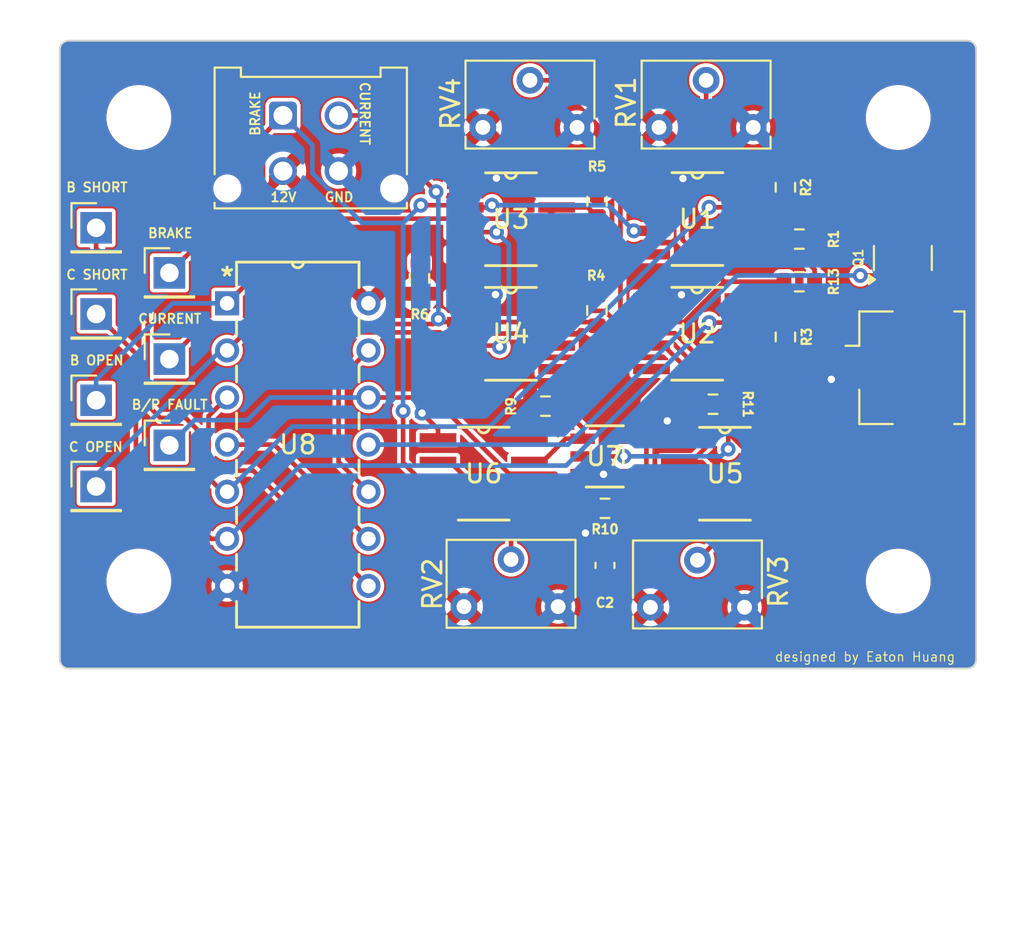
<source format=kicad_pcb>
(kicad_pcb (version 20240108) (generator "pcbnew") (generator_version "8.0")
  (layers (0 "F.Cu" signal) (31 "B.Cu" signal) (34 "B.Paste" user) (35 "F.Paste" user) (36 "B.SilkS" user "B.Silkscreen") (37 "F.SilkS" user "F.Silkscreen") (38 "B.Mask" user) (39 "F.Mask" user) (44 "Edge.Cuts" user))
  (net 0 "")
  (net 1 "+5V")
  (net 2 "GND")
  (net 3 "4B")
  (net 4 "1A")
  (net 5 "1B")
  (net 6 "3A")
  (net 7 "2A")
  (net 8 "2B")
  (net 9 "Net-(R14-Pad1)")
  (net 10 "+12V")
  (net 11 "BRAKE")
  (net 12 "CURRENT")
  (net 13 "Net-(U1-+)")
  (net 14 "Net-(U3--)")
  (net 15 "Net-(U6-+)")
  (net 16 "Net-(U5-+)")
  (net 17 "Net-(R9-Pad2)")
  (net 18 "Net-(R10-Pad2)")
  (net 19 "Net-(R11-Pad2)")
  (net 41 "Net-(R1-Pad2)")
  (net 42 "Net-(J1-Pin_1)")
  (net 43 "Net-(Q1-G)")
  (net 44 "2O")
  (net 45 "1O")
  (footprint "LM311 Comparator:D8" (layer "F.Cu") (at 165.6074 81.4006)
    (property "Reference" "U2" (at 0 0 0) (layer "F.SilkS"))
    (property "Value" "LM311")
    (pad "1" smd rect (at -2.4638 -1.905) (size 1.9812 0.5588) (layers "F.Cu" "F.Paste" "F.Mask") (net 2 "GND"))
    (pad "2" smd rect (at -2.4638 -0.635) (size 1.9812 0.5588) (layers "F.Cu" "F.Paste" "F.Mask") (net 13 "Net-(U1-+)"))
    (pad "3" smd rect (at -2.4638 0.635) (size 1.9812 0.5588) (layers "F.Cu" "F.Paste" "F.Mask") (net 12 "CURRENT"))
    (pad "4" smd rect (at -2.4638 1.905) (size 1.9812 0.5588) (layers "F.Cu" "F.Paste" "F.Mask"))
    (pad "5" smd rect (at 2.4638 1.905) (size 1.9812 0.5588) (layers "F.Cu" "F.Paste" "F.Mask"))
    (pad "6" smd rect (at 2.4638 0.635) (size 1.9812 0.5588) (layers "F.Cu" "F.Paste" "F.Mask"))
    (pad "7" smd rect (at 2.4638 -0.635) (size 1.9812 0.5588) (layers "F.Cu" "F.Paste" "F.Mask") (net 8 "2B"))
    (pad "8" smd rect (at 2.4638 -1.905) (size 1.9812 0.5588) (layers "F.Cu" "F.Paste" "F.Mask"))
  )
  (footprint "Resistor_SMD:R_0603_1608Metric" (layer "F.Cu") (at 157.425 85.3056)
    (property "Reference" "R9" (at -1.85 0.02 -90) (layer "F.SilkS") (effects (font (size 0.5 0.5) (thickness 0.12) (bold yes))))
    (property "Value" "R")
    (pad "1" smd roundrect (at -0.825 0) (size 0.8 0.95) (layers "F.Cu" "F.Paste" "F.Mask") (net 10 "+12V"))
    (pad "2" smd roundrect (at 0.825 0) (size 0.8 0.95) (layers "F.Cu" "F.Paste" "F.Mask") (net 17 "Net-(R9-Pad2)"))
  )
  (footprint "Resistor_SMD:R_0603_1608Metric" (layer "F.Cu") (at 166.46 85.2)
    (property "Reference" "R11" (at 1.88 0 -90) (layer "F.SilkS") (effects (font (size 0.5 0.5) (thickness 0.12) (bold yes))))
    (property "Value" "R")
    (pad "1" smd roundrect (at -0.825 0) (size 0.8 0.95) (layers "F.Cu" "F.Paste" "F.Mask") (net 10 "+12V"))
    (pad "2" smd roundrect (at 0.825 0) (size 0.8 0.95) (layers "F.Cu" "F.Paste" "F.Mask") (net 19 "Net-(R11-Pad2)"))
  )
  (footprint "Resistor_SMD:R_0603_1608Metric" (layer "F.Cu") (at 160.635 90.8156)
    (property "Reference" "R10" (at 0 1.13 0) (layer "F.SilkS") (effects (font (size 0.5 0.5) (thickness 0.12) (bold yes))))
    (property "Value" "R")
    (pad "1" smd roundrect (at -0.825 0) (size 0.8 0.95) (layers "F.Cu" "F.Paste" "F.Mask") (net 3 "4B"))
    (pad "2" smd roundrect (at 0.825 0) (size 0.8 0.95) (layers "F.Cu" "F.Paste" "F.Mask") (net 18 "Net-(R10-Pad2)"))
  )
  (footprint "Potentiometer_THT:Potentiometer_Bourns_3266W_Vertical" (layer "F.Cu") (at 163.55 70.275 180)
    (property "Reference" "RV1" (at 1.77 1.33 90) (layer "F.SilkS"))
    (property "Value" "R_Pot")
    (pad "1" thru_hole circle (at 0 0 180) (size 1.44 1.44) (drill 0.8) (layers "*.Cu" "*.Mask") (net 10 "+12V"))
    (pad "2" thru_hole circle (at -2.54 2.54 180) (size 1.44 1.44) (drill 0.8) (layers "*.Cu" "*.Mask") (net 13 "Net-(U1-+)"))
    (pad "3" thru_hole circle (at -5.08 0 180) (size 1.44 1.44) (drill 0.8) (layers "*.Cu" "*.Mask") (net 2 "GND"))
  )
  (footprint "Resistor_SMD:R_0603_1608Metric" (layer "F.Cu") (at 160.205 74.2556 -90)
    (property "Reference" "R5" (at -1.87 0 180) (layer "F.SilkS") (effects (font (size 0.5 0.5) (thickness 0.12) (bold yes))))
    (property "Value" "R")
    (pad "1" smd roundrect (at -0.825 0 270) (size 0.8 0.95) (layers "F.Cu" "F.Paste" "F.Mask") (net 10 "+12V"))
    (pad "2" smd roundrect (at 0.825 0 270) (size 0.8 0.95) (layers "F.Cu" "F.Paste" "F.Mask") (net 4 "1A"))
  )
  (footprint "Capacitor_SMD:C_0603_1608Metric" (layer "F.Cu") (at 160.635 93.8906 90)
    (property "Reference" "C2" (at -2.015 0 180) (layer "F.SilkS") (effects (font (size 0.5 0.5) (thickness 0.12) (bold yes))))
    (property "Value" "C")
    (pad "1" smd roundrect (at -0.775 0 90) (size 0.9 0.95) (layers "F.Cu" "F.Paste" "F.Mask") (net 3 "4B"))
    (pad "2" smd roundrect (at 0.775 0 90) (size 0.9 0.95) (layers "F.Cu" "F.Paste" "F.Mask") (net 2 "GND"))
  )
  (footprint "Resistor_SMD:R_0603_1608Metric" (layer "F.Cu") (at 171.115 76.2956 180)
    (property "Reference" "R1" (at -1.86 0 90) (layer "F.SilkS") (effects (font (size 0.5 0.5) (thickness 0.12) (bold yes))))
    (property "Value" "R")
    (pad "1" smd roundrect (at -0.825 0 180) (size 0.8 0.95) (layers "F.Cu" "F.Paste" "F.Mask") (net 10 "+12V"))
    (pad "2" smd roundrect (at 0.825 0 180) (size 0.8 0.95) (layers "F.Cu" "F.Paste" "F.Mask") (net 41 "Net-(R1-Pad2)"))
  )
  (footprint "MountingHole:MountingHole_3mm" (layer "F.Cu") (at 176.45 94.74)
    (property "Reference" "H4")
    (property "Value" "MH")
    (pad "" np_thru_hole circle (at 0 0) (size 3 3) (drill 3) (layers "*.Cu" "*.Mask"))
  )
  (footprint "Resistor_SMD:R_0603_1608Metric" (layer "F.Cu") (at 160.2 80.145 -90)
    (property "Reference" "R4" (at -1.875 0.04 180) (layer "F.SilkS") (effects (font (size 0.5 0.5) (thickness 0.12) (bold yes))))
    (property "Value" "R")
    (pad "1" smd roundrect (at -0.825 0 270) (size 0.8 0.95) (layers "F.Cu" "F.Paste" "F.Mask") (net 10 "+12V"))
    (pad "2" smd roundrect (at 0.825 0 270) (size 0.8 0.95) (layers "F.Cu" "F.Paste" "F.Mask") (net 5 "1B"))
  )
  (footprint "Resistor_SMD:R_0603_1608Metric" (layer "F.Cu") (at 171.115 78.5956 180)
    (property "Reference" "R13" (at -1.86 0 90) (layer "F.SilkS") (effects (font (size 0.5 0.5) (thickness 0.12) (bold yes))))
    (property "Value" "R")
    (pad "1" smd roundrect (at -0.825 0 180) (size 0.8 0.95) (layers "F.Cu" "F.Paste" "F.Mask") (net 41 "Net-(R1-Pad2)"))
    (pad "2" smd roundrect (at 0.825 0 180) (size 0.8 0.95) (layers "F.Cu" "F.Paste" "F.Mask") (net 13 "Net-(U1-+)"))
  )
  (footprint "Connector_PinHeader_2.54mm:PinHeader_1x01_P2.54mm_Vertical" (layer "F.Cu") (at 137.1466 78.1179)
    (property "Reference" "TP5")
    (property "Value" "TestPoint")
    (pad "1" thru_hole rect (at 0 0) (size 1.7 1.7) (drill 1) (layers "*.Cu" "*.Mask") (net 11 "BRAKE"))
  )
  (footprint "Connector_PinHeader_2.54mm:PinHeader_1x01_P2.54mm_Vertical" (layer "F.Cu") (at 133.1966 75.6879)
    (property "Reference" "TP1")
    (property "Value" "TestPoint")
    (pad "1" thru_hole rect (at 0 0) (size 1.7 1.7) (drill 1) (layers "*.Cu" "*.Mask") (net 7 "2A"))
  )
  (footprint "MountingHole:MountingHole_3mm" (layer "F.Cu") (at 135.5 94.74)
    (property "Reference" "H3")
    (property "Value" "MH")
    (pad "" np_thru_hole circle (at 0 0) (size 3 3) (drill 3) (layers "*.Cu" "*.Mask"))
  )
  (footprint "Connector_Molex:Molex_CLIK-Mate_502382-0270_1x02-1MP_P1.25mm_Vertical" (layer "F.Cu") (at 176.41 83.235 -90)
    (property "Reference" "J1")
    (property "Value" "Conn_01x02")
    (pad "1" smd roundrect (at -0.625 1.95 270) (size 0.6 1.7) (layers "F.Cu" "F.Paste" "F.Mask") (net 42 "Net-(J1-Pin_1)"))
    (pad "2" smd roundrect (at 0.625 1.95 270) (size 0.6 1.7) (layers "F.Cu" "F.Paste" "F.Mask") (net 2 "GND"))
    (pad "MP" smd roundrect (at -2.475 -1.4 270) (size 1 2.8) (layers "F.Cu" "F.Paste" "F.Mask"))
    (pad "MP" smd roundrect (at 2.475 -1.4 270) (size 1 2.8) (layers "F.Cu" "F.Paste" "F.Mask"))
  )
  (footprint "Potentiometer_THT:Potentiometer_Bourns_3266W_Vertical" (layer "F.Cu") (at 153.03 96.1156 180)
    (property "Reference" "RV2" (at 1.695 1.215 90) (layer "F.SilkS"))
    (property "Value" "R_Pot")
    (pad "1" thru_hole circle (at 0 0 180) (size 1.44 1.44) (drill 0.8) (layers "*.Cu" "*.Mask") (net 10 "+12V"))
    (pad "2" thru_hole circle (at -2.54 2.54 180) (size 1.44 1.44) (drill 0.8) (layers "*.Cu" "*.Mask") (net 15 "Net-(U6-+)"))
    (pad "3" thru_hole circle (at -5.08 0 180) (size 1.44 1.44) (drill 0.8) (layers "*.Cu" "*.Mask") (net 2 "GND"))
  )
  (footprint "Connector_PinHeader_2.54mm:PinHeader_1x01_P2.54mm_Vertical" (layer "F.Cu") (at 137.1466 87.4179)
    (property "Reference" "TP7")
    (property "Value" "TestPoint")
    (pad "1" thru_hole rect (at 0 0) (size 1.7 1.7) (drill 1) (layers "*.Cu" "*.Mask") (net 3 "4B"))
  )
  (footprint "MountingHole:MountingHole_3mm" (layer "F.Cu") (at 135.5 69.74)
    (property "Reference" "H2")
    (property "Value" "MH")
    (pad "" np_thru_hole circle (at 0 0) (size 3 3) (drill 3) (layers "*.Cu" "*.Mask"))
  )
  (footprint "LM311 Comparator:D8" (layer "F.Cu") (at 165.6212 75.2156)
    (property "Reference" "U1" (at 0 0 0) (layer "F.SilkS"))
    (property "Value" "LM311")
    (pad "1" smd rect (at -2.4638 -1.905) (size 1.9812 0.5588) (layers "F.Cu" "F.Paste" "F.Mask") (net 2 "GND"))
    (pad "2" smd rect (at -2.4638 -0.635) (size 1.9812 0.5588) (layers "F.Cu" "F.Paste" "F.Mask") (net 13 "Net-(U1-+)"))
    (pad "3" smd rect (at -2.4638 0.635) (size 1.9812 0.5588) (layers "F.Cu" "F.Paste" "F.Mask") (net 11 "BRAKE"))
    (pad "4" smd rect (at -2.4638 1.905) (size 1.9812 0.5588) (layers "F.Cu" "F.Paste" "F.Mask"))
    (pad "5" smd rect (at 2.4638 1.905) (size 1.9812 0.5588) (layers "F.Cu" "F.Paste" "F.Mask"))
    (pad "6" smd rect (at 2.4638 0.635) (size 1.9812 0.5588) (layers "F.Cu" "F.Paste" "F.Mask"))
    (pad "7" smd rect (at 2.4638 -0.635) (size 1.9812 0.5588) (layers "F.Cu" "F.Paste" "F.Mask") (net 7 "2A"))
    (pad "8" smd rect (at 2.4638 -1.905) (size 1.9812 0.5588) (layers "F.Cu" "F.Paste" "F.Mask"))
  )
  (footprint "CD4071BE:N14" (layer "F.Cu") (at 147.88 95)
    (property "Reference" "U8" (at -3.81 -7.62 0) (layer "F.SilkS"))
    (property "Value" "CD4071BE")
    (fp_text user "*" (at -7.62 -16.6497 0) (layer "F.SilkS"))
    (fp_text user "*" (at -7.62 -16.6497 0) (layer "F.SilkS"))
    (pad "1" thru_hole rect (at -7.62 -15.24) (size 1.2954 1.2954) (drill 0.7874) (layers "*.Cu" "*.Mask") (net 4 "1A"))
    (pad "2" thru_hole circle (at -7.62 -12.7) (size 1.2954 1.2954) (drill 0.7874) (layers "*.Cu" "*.Mask") (net 5 "1B"))
    (pad "3" thru_hole circle (at -7.62 -10.16) (size 1.2954 1.2954) (drill 0.7874) (layers "*.Cu" "*.Mask") (net 45 "1O"))
    (pad "4" thru_hole circle (at -7.62 -7.62) (size 1.2954 1.2954) (drill 0.7874) (layers "*.Cu" "*.Mask") (net 44 "2O"))
    (pad "5" thru_hole circle (at -7.62 -5.08) (size 1.2954 1.2954) (drill 0.7874) (layers "*.Cu" "*.Mask") (net 7 "2A"))
    (pad "6" thru_hole circle (at -7.62 -2.54) (size 1.2954 1.2954) (drill 0.7874) (layers "*.Cu" "*.Mask") (net 8 "2B"))
    (pad "7" thru_hole circle (at -7.62 0) (size 1.2954 1.2954) (drill 0.7874) (layers "*.Cu" "*.Mask") (net 2 "GND"))
    (pad "8" thru_hole circle (at 0 0) (size 1.2954 1.2954) (drill 0.7874) (layers "*.Cu" "*.Mask") (net 45 "1O"))
    (pad "9" thru_hole circle (at 0 -2.54) (size 1.2954 1.2954) (drill 0.7874) (layers "*.Cu" "*.Mask") (net 44 "2O"))
    (pad "10" thru_hole circle (at 0 -5.08) (size 1.2954 1.2954) (drill 0.7874) (layers "*.Cu" "*.Mask") (net 6 "3A"))
    (pad "11" thru_hole circle (at 0 -7.62) (size 1.2954 1.2954) (drill 0.7874) (layers "*.Cu" "*.Mask") (net 43 "Net-(Q1-G)"))
    (pad "12" thru_hole circle (at 0 -10.16) (size 1.2954 1.2954) (drill 0.7874) (layers "*.Cu" "*.Mask") (net 3 "4B"))
    (pad "13" thru_hole circle (at 0 -12.7) (size 1.2954 1.2954) (drill 0.7874) (layers "*.Cu" "*.Mask") (net 6 "3A"))
    (pad "14" thru_hole circle (at 0 -15.24) (size 1.2954 1.2954) (drill 0.7874) (layers "*.Cu" "*.Mask") (net 10 "+12V"))
  )
  (footprint "LM311 Comparator:D8" (layer "F.Cu") (at 155.565 75.2256)
    (property "Reference" "U3" (at 0 0 0) (layer "F.SilkS"))
    (property "Value" "LM311")
    (pad "1" smd rect (at -2.4638 -1.905) (size 1.9812 0.5588) (layers "F.Cu" "F.Paste" "F.Mask") (net 2 "GND"))
    (pad "2" smd rect (at -2.4638 -0.635) (size 1.9812 0.5588) (layers "F.Cu" "F.Paste" "F.Mask") (net 11 "BRAKE"))
    (pad "3" smd rect (at -2.4638 0.635) (size 1.9812 0.5588) (layers "F.Cu" "F.Paste" "F.Mask") (net 14 "Net-(U3--)"))
    (pad "4" smd rect (at -2.4638 1.905) (size 1.9812 0.5588) (layers "F.Cu" "F.Paste" "F.Mask"))
    (pad "5" smd rect (at 2.4638 1.905) (size 1.9812 0.5588) (layers "F.Cu" "F.Paste" "F.Mask"))
    (pad "6" smd rect (at 2.4638 0.635) (size 1.9812 0.5588) (layers "F.Cu" "F.Paste" "F.Mask"))
    (pad "7" smd rect (at 2.4638 -0.635) (size 1.9812 0.5588) (layers "F.Cu" "F.Paste" "F.Mask") (net 4 "1A"))
    (pad "8" smd rect (at 2.4638 -1.905) (size 1.9812 0.5588) (layers "F.Cu" "F.Paste" "F.Mask") (net 10 "+12V"))
  )
  (footprint "Connector_PinHeader_2.54mm:PinHeader_1x01_P2.54mm_Vertical" (layer "F.Cu") (at 133.1966 84.9879)
    (property "Reference" "TP3")
    (property "Value" "TestPoint")
    (pad "1" thru_hole rect (at 0 0) (size 1.7 1.7) (drill 1) (layers "*.Cu" "*.Mask") (net 4 "1A"))
  )
  (footprint "Potentiometer_THT:Potentiometer_Bourns_3266W_Vertical" (layer "F.Cu") (at 163.0824 96.1506 180)
    (property "Reference" "RV3" (at -6.9026 1.385 90) (layer "F.SilkS"))
    (property "Value" "R_Pot")
    (pad "1" thru_hole circle (at 0 0 180) (size 1.44 1.44) (drill 0.8) (layers "*.Cu" "*.Mask") (net 10 "+12V"))
    (pad "2" thru_hole circle (at -2.54 2.54 180) (size 1.44 1.44) (drill 0.8) (layers "*.Cu" "*.Mask") (net 16 "Net-(U5-+)"))
    (pad "3" thru_hole circle (at -5.08 0 180) (size 1.44 1.44) (drill 0.8) (layers "*.Cu" "*.Mask") (net 2 "GND"))
  )
  (footprint "Resistor_SMD:R_0603_1608Metric" (layer "F.Cu") (at 170.365 73.5056 -90)
    (property "Reference" "R2" (at 0 -1.11 90) (layer "F.SilkS") (effects (font (size 0.5 0.5) (thickness 0.12) (bold yes))))
    (property "Value" "R")
    (pad "1" smd roundrect (at -0.825 0 270) (size 0.8 0.95) (layers "F.Cu" "F.Paste" "F.Mask") (net 10 "+12V"))
    (pad "2" smd roundrect (at 0.825 0 270) (size 0.8 0.95) (layers "F.Cu" "F.Paste" "F.Mask") (net 7 "2A"))
  )
  (footprint "Connector_PinHeader_2.54mm:PinHeader_1x01_P2.54mm_Vertical" (layer "F.Cu") (at 137.1466 82.7679)
    (property "Reference" "TP6")
    (property "Value" "TestPoint")
    (pad "1" thru_hole rect (at 0 0) (size 1.7 1.7) (drill 1) (layers "*.Cu" "*.Mask") (net 12 "CURRENT"))
  )
  (footprint "Connector_PinHeader_2.54mm:PinHeader_1x01_P2.54mm_Vertical" (layer "F.Cu") (at 133.1966 80.3379)
    (property "Reference" "TP2")
    (property "Value" "TestPoint")
    (pad "1" thru_hole rect (at 0 0) (size 1.7 1.7) (drill 1) (layers "*.Cu" "*.Mask") (net 8 "2B"))
  )
  (footprint "LM311 Comparator:D8" (layer "F.Cu") (at 154.095 88.9456)
    (property "Reference" "U6" (at 0 0 0) (layer "F.SilkS"))
    (property "Value" "LM311")
    (pad "1" smd rect (at -2.4638 -1.905) (size 1.9812 0.5588) (layers "F.Cu" "F.Paste" "F.Mask") (net 2 "GND"))
    (pad "2" smd rect (at -2.4638 -0.635) (size 1.9812 0.5588) (layers "F.Cu" "F.Paste" "F.Mask") (net 15 "Net-(U6-+)"))
    (pad "3" smd rect (at -2.4638 0.635) (size 1.9812 0.5588) (layers "F.Cu" "F.Paste" "F.Mask") (net 11 "BRAKE"))
    (pad "4" smd rect (at -2.4638 1.905) (size 1.9812 0.5588) (layers "F.Cu" "F.Paste" "F.Mask"))
    (pad "5" smd rect (at 2.4638 1.905) (size 1.9812 0.5588) (layers "F.Cu" "F.Paste" "F.Mask"))
    (pad "6" smd rect (at 2.4638 0.635) (size 1.9812 0.5588) (layers "F.Cu" "F.Paste" "F.Mask"))
    (pad "7" smd rect (at 2.4638 -0.635) (size 1.9812 0.5588) (layers "F.Cu" "F.Paste" "F.Mask") (net 17 "Net-(R9-Pad2)"))
    (pad "8" smd rect (at 2.4638 -1.905) (size 1.9812 0.5588) (layers "F.Cu" "F.Paste" "F.Mask") (net 10 "+12V"))
  )
  (footprint "LM311 Comparator:D8" (layer "F.Cu") (at 167.105 88.9506)
    (property "Reference" "U5" (at 0 0 0) (layer "F.SilkS"))
    (property "Value" "LM311")
    (pad "1" smd rect (at -2.4638 -1.905) (size 1.9812 0.5588) (layers "F.Cu" "F.Paste" "F.Mask") (net 2 "GND"))
    (pad "2" smd rect (at -2.4638 -0.635) (size 1.9812 0.5588) (layers "F.Cu" "F.Paste" "F.Mask") (net 16 "Net-(U5-+)"))
    (pad "3" smd rect (at -2.4638 0.635) (size 1.9812 0.5588) (layers "F.Cu" "F.Paste" "F.Mask") (net 12 "CURRENT"))
    (pad "4" smd rect (at -2.4638 1.905) (size 1.9812 0.5588) (layers "F.Cu" "F.Paste" "F.Mask"))
    (pad "5" smd rect (at 2.4638 1.905) (size 1.9812 0.5588) (layers "F.Cu" "F.Paste" "F.Mask"))
    (pad "6" smd rect (at 2.4638 0.635) (size 1.9812 0.5588) (layers "F.Cu" "F.Paste" "F.Mask"))
    (pad "7" smd rect (at 2.4638 -0.635) (size 1.9812 0.5588) (layers "F.Cu" "F.Paste" "F.Mask") (net 19 "Net-(R11-Pad2)"))
    (pad "8" smd rect (at 2.4638 -1.905) (size 1.9812 0.5588) (layers "F.Cu" "F.Paste" "F.Mask"))
  )
  (footprint "Connector_Molex:Molex_Micro-Fit_3.0_43045-0412_2x02_P3.00mm_Vertical" (layer "F.Cu") (at 143.27 69.63)
    (property "Reference" "J2")
    (property "Value" "Conn_02x02_Top_Bottom")
    (pad "" np_thru_hole circle (at -3 3.94) (size 1.02 1.02) (drill 1.02) (layers "*.Cu" "*.Mask"))
    (pad "" np_thru_hole circle (at 6 3.94) (size 1.02 1.02) (drill 1.02) (layers "*.Cu" "*.Mask"))
    (pad "1" thru_hole roundrect (at 0 0) (size 1.5 1.5) (drill 1.02) (layers "*.Cu" "*.Mask") (roundrect_rratio 0.166667) (net 11 "BRAKE"))
    (pad "2" thru_hole circle (at 3 0) (size 1.5 1.5) (drill 1.02) (layers "*.Cu" "*.Mask") (net 12 "CURRENT"))
    (pad "3" thru_hole circle (at 0 3) (size 1.5 1.5) (drill 1.02) (layers "*.Cu" "*.Mask") (net 10 "+12V"))
    (pad "4" thru_hole circle (at 3 3) (size 1.5 1.5) (drill 1.02) (layers "*.Cu" "*.Mask") (net 2 "GND"))
  )
  (footprint "CAHC AND Gate:SOT-23-5_DBV_TEX" (layer "F.Cu") (at 160.625 88.0156)
    (property "Reference" "U7" (at 0 0 0) (layer "F.SilkS"))
    (property "Value" "74LVC1G08")
    (pad "1" smd rect (at -1.1938 -0.9525) (size 1.3208 0.5588) (layers "F.Cu" "F.Paste" "F.Mask") (net 17 "Net-(R9-Pad2)"))
    (pad "2" smd rect (at -1.1938 0) (size 1.3208 0.5588) (layers "F.Cu" "F.Paste" "F.Mask") (net 19 "Net-(R11-Pad2)"))
    (pad "3" smd rect (at -1.1938 0.9525) (size 1.3208 0.5588) (layers "F.Cu" "F.Paste" "F.Mask") (net 2 "GND"))
    (pad "4" smd rect (at 1.1938 0.950001) (size 1.3208 0.5588) (layers "F.Cu" "F.Paste" "F.Mask") (net 18 "Net-(R10-Pad2)"))
    (pad "5" smd rect (at 1.1938 -0.950001) (size 1.3208 0.5588) (layers "F.Cu" "F.Paste" "F.Mask") (net 1 "+5V"))
  )
  (footprint "Resistor_SMD:R_0603_1608Metric" (layer "F.Cu") (at 170.365 81.5756 90)
    (property "Reference" "R3" (at 0 1.15 90) (layer "F.SilkS") (effects (font (size 0.5 0.5) (thickness 0.12) (bold yes))))
    (property "Value" "R")
    (pad "1" smd roundrect (at -0.825 0 90) (size 0.8 0.95) (layers "F.Cu" "F.Paste" "F.Mask") (net 10 "+12V"))
    (pad "2" smd roundrect (at 0.825 0 90) (size 0.8 0.95) (layers "F.Cu" "F.Paste" "F.Mask") (net 8 "2B"))
  )
  (footprint "Potentiometer_THT:Potentiometer_Bourns_3266W_Vertical" (layer "F.Cu") (at 154.05 70.275 180)
    (property "Reference" "RV4" (at 1.74 1.275 90) (layer "F.SilkS"))
    (property "Value" "R_Pot")
    (pad "1" thru_hole circle (at 0 0 180) (size 1.44 1.44) (drill 0.8) (layers "*.Cu" "*.Mask") (net 10 "+12V"))
    (pad "2" thru_hole circle (at -2.54 2.54 180) (size 1.44 1.44) (drill 0.8) (layers "*.Cu" "*.Mask") (net 16 "Net-(U5-+)"))
    (pad "3" thru_hole circle (at -5.08 0 180) (size 1.44 1.44) (drill 0.8) (layers "*.Cu" "*.Mask") (net 2 "GND"))
  )
  (footprint "MountingHole:MountingHole_3mm" (layer "F.Cu") (at 176.45 69.74)
    (property "Reference" "H1")
    (property "Value" "MH")
    (pad "" np_thru_hole circle (at 0 0) (size 3 3) (drill 3) (layers "*.Cu" "*.Mask"))
  )
  (footprint "Resistor_SMD:R_0603_1608Metric" (layer "F.Cu") (at 150.63 78.42 90)
    (property "Reference" "R6" (at -1.94 0.02 180) (layer "F.SilkS") (effects (font (size 0.5 0.5) (thickness 0.12) (bold yes))))
    (property "Value" "R")
    (pad "1" smd roundrect (at -0.825 0 90) (size 0.8 0.95) (layers "F.Cu" "F.Paste" "F.Mask") (net 10 "+12V"))
    (pad "2" smd roundrect (at 0.825 0 90) (size 0.8 0.95) (layers "F.Cu" "F.Paste" "F.Mask") (net 9 "Net-(R14-Pad1)"))
  )
  (footprint "Connector_PinHeader_2.54mm:PinHeader_1x01_P2.54mm_Vertical" (layer "F.Cu") (at 133.1966 89.6379)
    (property "Reference" "TP4")
    (property "Value" "TestPoint")
    (pad "1" thru_hole rect (at 0 0) (size 1.7 1.7) (drill 1) (layers "*.Cu" "*.Mask") (net 5 "1B"))
  )
  (footprint "LM311 Comparator:D8" (layer "F.Cu") (at 155.565 81.4056)
    (property "Reference" "U4" (at 0 0 0) (layer "F.SilkS"))
    (property "Value" "LM311")
    (pad "1" smd rect (at -2.4638 -1.905) (size 1.9812 0.5588) (layers "F.Cu" "F.Paste" "F.Mask") (net 2 "GND"))
    (pad "2" smd rect (at -2.4638 -0.635) (size 1.9812 0.5588) (layers "F.Cu" "F.Paste" "F.Mask") (net 12 "CURRENT"))
    (pad "3" smd rect (at -2.4638 0.635) (size 1.9812 0.5588) (layers "F.Cu" "F.Paste" "F.Mask") (net 14 "Net-(U3--)"))
    (pad "4" smd rect (at -2.4638 1.905) (size 1.9812 0.5588) (layers "F.Cu" "F.Paste" "F.Mask"))
    (pad "5" smd rect (at 2.4638 1.905) (size 1.9812 0.5588) (layers "F.Cu" "F.Paste" "F.Mask"))
    (pad "6" smd rect (at 2.4638 0.635) (size 1.9812 0.5588) (layers "F.Cu" "F.Paste" "F.Mask"))
    (pad "7" smd rect (at 2.4638 -0.635) (size 1.9812 0.5588) (layers "F.Cu" "F.Paste" "F.Mask") (net 5 "1B"))
    (pad "8" smd rect (at 2.4638 -1.905) (size 1.9812 0.5588) (layers "F.Cu" "F.Paste" "F.Mask") (net 10 "+12V"))
  )
  (footprint "Package_TO_SOT_SMD:SOT-23" (layer "F.Cu") (at 176.7 77.3175 90)
    (property "Reference" "Q1" (at 0 -2.4 90) (layer "F.SilkS") (effects (font (size 0.5 0.5) (thickness 0.1) (bold yes))))
    (property "Value" "Q_NMOS_GSD")
    (pad "1" smd roundrect (at -0.9375 -0.95 90) (size 1.475 0.6) (layers "F.Cu" "F.Paste" "F.Mask") (net 43 "Net-(Q1-G)"))
    (pad "2" smd roundrect (at -0.9375 0.95 90) (size 1.475 0.6) (layers "F.Cu" "F.Paste" "F.Mask") (net 2 "GND"))
    (pad "3" smd roundrect (at 0.9375 0 90) (size 1.475 0.6) (layers "F.Cu" "F.Paste" "F.Mask") (net 42 "Net-(J1-Pin_1)"))
  )
  (gr_arc (start 180.18 65.6) (mid 180.51234 65.73766) (end 180.65 66.07) (stroke (width 0.1)) (layer "Edge.Cuts"))
  (gr_line (start 180.65 66.07) (end 180.65 98.98) (stroke (width 0.1)) (layer "Edge.Cuts"))
  (gr_line (start 131.24 98.98) (end 131.24 66.07) (stroke (width 0.1)) (layer "Edge.Cuts"))
  (gr_arc (start 180.65 98.98) (mid 180.51234 99.31234) (end 180.18 99.45) (stroke (width 0.1)) (layer "Edge.Cuts"))
  (gr_line (start 131.71 65.6) (end 180.18 65.6) (stroke (width 0.1)) (layer "Edge.Cuts"))
  (gr_arc (start 131.71 99.45) (mid 131.37766 99.31234) (end 131.24 98.98) (stroke (width 0.1)) (layer "Edge.Cuts"))
  (gr_line (start 180.18 99.45) (end 131.71 99.45) (stroke (width 0.1)) (layer "Edge.Cuts"))
  (gr_arc (start 131.24 66.07) (mid 131.37766 65.73766) (end 131.71 65.6) (stroke (width 0.1)) (layer "Edge.Cuts"))
  (gr_text "C OPEN" (at 131.67 87.8 0) (layer "F.SilkS") (effects (font (size 0.5 0.5) (thickness 0.1) (bold yes)) (justify left bottom)))
  (gr_text "B OPEN" (at 131.72 83.13 0) (layer "F.SilkS") (effects (font (size 0.5 0.5) (thickness 0.1) (bold yes)) (justify left bottom)))
  (gr_text "CURRENT" (at 135.41 80.89 0) (layer "F.SilkS") (effects (font (size 0.5 0.5) (thickness 0.1) (bold yes)) (justify left bottom)))
  (gr_text "CURRENT" (at 147.39 67.77 -90) (layer "F.SilkS") (effects (font (size 0.5 0.5) (thickness 0.1) (bold yes)) (justify left bottom)))
  (gr_text "BRAKE" (at 135.94 76.27 0) (layer "F.SilkS") (effects (font (size 0.5 0.5) (thickness 0.1) (bold yes)) (justify left bottom)))
  (gr_text "B SHORT" (at 131.53 73.8 0) (layer "F.SilkS") (effects (font (size 0.5 0.5) (thickness 0.1) (bold yes)) (justify left bottom)))
  (gr_text "C SHORT" (at 131.53 78.51 0) (layer "F.SilkS") (effects (font (size 0.5 0.5) (thickness 0.1) (bold yes)) (justify left bottom)))
  (gr_text "BRAKE" (at 142.07 70.78 90) (layer "F.SilkS") (effects (font (size 0.5 0.5) (thickness 0.1) (bold yes)) (justify left bottom)))
  (gr_text "B/P FAULT" (at 135.06 85.52 0) (layer "F.SilkS") (effects (font (size 0.5 0.5) (thickness 0.1) (bold yes)) (justify left bottom)))
  (gr_text "GND" (at 145.47 74.33 0) (layer "F.SilkS") (effects (font (size 0.5 0.5) (thickness 0.1) (bold yes)) (justify left bottom)))
  (gr_text "12V" (at 142.54 74.33 0) (layer "F.SilkS") (effects (font (size 0.5 0.5) (thickness 0.1) (bold yes)) (justify left bottom)))
  (gr_text "designed by Eaton Huang" (at 169.76 99.12 0) (layer "F.SilkS") (effects (font (size 0.5 0.5) (thickness 0.0625)) (justify left bottom)))
  (segment (start 154.4694 73.3206) (end 154.78 73.01) (width 0.25) (layer "F.Cu") (net 2))
  (segment (start 175.87 83.42) (end 175.43 83.86) (width 0.25) (layer "F.Cu") (net 2))
  (segment (start 164.5644 79.4956) (end 164.76 79.3) (width 0.25) (layer "F.Cu") (net 2))
  (segment (start 151.6312 86.5435) (end 150.77 85.6823) (width 0.25) (layer "F.Cu") (net 2))
  (segment (start 151.6312 87.0406) (end 151.6312 86.5435) (width 0.25) (layer "F.Cu") (net 2))
  (segment (start 163.995 86.1) (end 163.995 86.3994) (width 0.25) (layer "F.Cu") (net 2))
  (segment (start 174.46 83.86) (end 172.84 83.86) (width 0.25) (layer "F.Cu") (net 2))
  (segment (start 160.546498 88.9681) (end 160.558398 88.98) (width 0.25) (layer "F.Cu") (net 2))
  (segment (start 163.1574 73.3106) (end 164.5594 73.3106) (width 0.25) (layer "F.Cu") (net 2))
  (segment (start 159.4312 88.9681) (end 160.546498 88.9681) (width 0.25) (layer "F.Cu") (net 2))
  (segment (start 153.1012 79.5006) (end 154.5194 79.5006) (width 0.25) (layer "F.Cu") (net 2))
  (segment (start 177.65 78.6999) (end 175.87 80.4799) (width 0.25) (layer "F.Cu") (net 2))
  (segment (start 164.5594 73.3106) (end 164.84 73.03) (width 0.25) (layer "F.Cu") (net 2))
  (segment (start 163.1436 79.4956) (end 164.5644 79.4956) (width 0.25) (layer "F.Cu") (net 2))
  (segment (start 160.5456 93.1156) (end 159.58 92.15) (width 0.25) (layer "F.Cu") (net 2))
  (segment (start 154.5194 79.5006) (end 154.73 79.29) (width 0.25) (layer "F.Cu") (net 2))
  (segment (start 158.11 96.1156) (end 158.11 95.6406) (width 0.25) (layer "F.Cu") (net 2))
  (segment (start 175.43 83.86) (end 174.46 83.86) (width 0.25) (layer "F.Cu") (net 2))
  (segment (start 175.87 80.4799) (end 175.87 83.42) (width 0.25) (layer "F.Cu") (net 2))
  (segment (start 160.635 93.1156) (end 160.5456 93.1156) (width 0.25) (layer "F.Cu") (net 2))
  (segment (start 164.6412 87.0456) (end 165.2912 87.0456) (width 0.25) (layer "F.Cu") (net 2))
  (segment (start 153.1012 73.3206) (end 154.4694 73.3206) (width 0.25) (layer "F.Cu") (net 2))
  (segment (start 177.65 78.255) (end 177.65 78.6999) (width 0.25) (layer "F.Cu") (net 2))
  (segment (start 163.995 86.3994) (end 164.6412 87.0456) (width 0.25) (layer "F.Cu") (net 2))
  (via (at 160.558398 88.98) (size 0.8) (drill 0.4) (layers "F.Cu" "B.Cu") (net 2))
  (via (at 159.58 92.15) (size 0.8) (drill 0.4) (layers "F.Cu" "B.Cu") (net 2))
  (via (at 164.84 73.03) (size 0.8) (drill 0.4) (layers "F.Cu" "B.Cu") (net 2))
  (via (at 163.995 86.1) (size 0.8) (drill 0.4) (layers "F.Cu" "B.Cu") (net 2))
  (via (at 154.78 73.01) (size 0.8) (drill 0.4) (layers "F.Cu" "B.Cu") (net 2))
  (via (at 172.84 83.86) (size 0.8) (drill 0.4) (layers "F.Cu" "B.Cu") (net 2))
  (via (at 150.77 85.6823) (size 0.8) (drill 0.4) (layers "F.Cu" "B.Cu") (net 2))
  (via (at 154.73 79.29) (size 0.8) (drill 0.4) (layers "F.Cu" "B.Cu") (net 2))
  (via (at 164.76 79.3) (size 0.8) (drill 0.4) (layers "F.Cu" "B.Cu") (net 2))
  (segment (start 155.4606 88.95) (end 157.9444 88.95) (width 0.25) (layer "F.Cu") (net 3))
  (segment (start 161.435 92.4406) (end 161.435 93.8656) (width 0.25) (layer "F.Cu") (net 3))
  (segment (start 159.81 90.8156) (end 161.435 92.4406) (width 0.25) (layer "F.Cu") (net 3))
  (segment (start 157.9444 88.95) (end 159.81 90.8156) (width 0.25) (layer "F.Cu") (net 3))
  (segment (start 151.3506 84.84) (end 155.4606 88.95) (width 0.25) (layer "F.Cu") (net 3))
  (segment (start 147.88 84.84) (end 151.3506 84.84) (width 0.25) (layer "F.Cu") (net 3))
  (segment (start 161.435 93.8656) (end 160.635 94.6656) (width 0.25) (layer "F.Cu") (net 3))
  (segment (start 142.58 84.84) (end 147.88 84.84) (width 0.25) (layer "B.Cu") (net 3))
  (segment (start 141.36 86.06) (end 142.58 84.84) (width 0.25) (layer "B.Cu") (net 3))
  (segment (start 137.1466 87.4179) (end 138.5045 86.06) (width 0.25) (layer "B.Cu") (net 3))
  (segment (start 138.5045 86.06) (end 141.36 86.06) (width 0.25) (layer "B.Cu") (net 3))
  (segment (start 159.715 74.5906) (end 160.205 75.0806) (width 0.25) (layer "F.Cu") (net 4))
  (segment (start 158.0288 74.5906) (end 159.715 74.5906) (width 0.25) (layer "F.Cu") (net 4))
  (segment (start 157.4244 75.195) (end 158.0288 74.5906) (width 0.25) (layer "F.Cu") (net 4))
  (segment (start 140.26 79.76) (end 144.825 75.195) (width 0.25) (layer "F.Cu") (net 4))
  (segment (start 144.825 75.195) (end 157.4244 75.195) (width 0.25) (layer "F.Cu") (net 4))
  (segment (start 133.1966 83.8879) (end 137.3245 79.76) (width 0.25) (layer "B.Cu") (net 4))
  (segment (start 137.3245 79.76) (end 140.26 79.76) (width 0.25) (layer "B.Cu") (net 4))
  (segment (start 133.1966 84.9879) (end 133.1966 83.8879) (width 0.25) (layer "B.Cu") (net 4))
  (segment (start 140.26 82.3) (end 141.2327 81.3273) (width 0.25) (layer "F.Cu") (net 5))
  (segment (start 151.8006 81.39) (end 157.4094 81.39) (width 0.25) (layer "F.Cu") (net 5))
  (segment (start 157.4094 81.39) (end 158.0288 80.7706) (width 0.25) (layer "F.Cu") (net 5))
  (segment (start 151.7379 81.3273) (end 151.8006 81.39) (width 0.25) (layer "F.Cu") (net 5))
  (segment (start 158.0288 80.7706) (end 160.0006 80.7706) (width 0.25) (layer "F.Cu") (net 5))
  (segment (start 160.0006 80.7706) (end 160.2 80.97) (width 0.25) (layer "F.Cu") (net 5))
  (segment (start 141.2327 81.3273) (end 151.7379 81.3273) (width 0.25) (layer "F.Cu") (net 5))
  (segment (start 139.9145 82.3) (end 140.26 82.3) (width 0.25) (layer "B.Cu") (net 5))
  (segment (start 133.1966 89.6379) (end 133.1966 89.0179) (width 0.25) (layer "B.Cu") (net 5))
  (segment (start 133.1966 89.0179) (end 139.9145 82.3) (width 0.25) (layer "B.Cu") (net 5))
  (segment (start 146.27 88.31) (end 147.88 89.92) (width 0.25) (layer "F.Cu") (net 6))
  (segment (start 146.27 83.91) (end 146.27 88.31) (width 0.25) (layer "F.Cu") (net 6))
  (segment (start 147.88 82.3) (end 146.27 83.91) (width 0.25) (layer "F.Cu") (net 6))
  (segment (start 133.1966 76.7879) (end 135.9716 79.5629) (width 0.25) (layer "F.Cu") (net 7))
  (segment (start 166.25 74.58) (end 168.0844 74.58) (width 0.25) (layer "F.Cu") (net 7))
  (segment (start 138.64 86.5613) (end 138.64 88.55) (width 0.25) (layer "F.Cu") (net 7))
  (segment (start 138.0187 85.94) (end 138.64 86.5613) (width 0.25) (layer "F.Cu") (net 7))
  (segment (start 135.9716 79.5629) (end 135.9716 85.2516) (width 0.25) (layer "F.Cu") (net 7))
  (segment (start 168.085 74.5806) (end 170.115 74.5806) (width 0.25) (layer "F.Cu") (net 7))
  (segment (start 138.64 88.55) (end 140.01 89.92) (width 0.25) (layer "F.Cu") (net 7))
  (segment (start 140.01 89.92) (end 140.26 89.92) (width 0.25) (layer "F.Cu") (net 7))
  (segment (start 136.66 85.94) (end 138.0187 85.94) (width 0.25) (layer "F.Cu") (net 7))
  (segment (start 168.0844 74.58) (end 168.085 74.5806) (width 0.25) (layer "F.Cu") (net 7))
  (segment (start 133.1966 75.6879) (end 133.1966 76.7879) (width 0.25) (layer "F.Cu") (net 7))
  (segment (start 135.9716 85.2516) (end 136.66 85.94) (width 0.25) (layer "F.Cu") (net 7))
  (segment (start 170.115 74.5806) (end 170.365 74.3306) (width 0.25) (layer "F.Cu") (net 7))
  (via (at 166.25 74.58) (size 0.8) (drill 0.4) (layers "F.Cu" "B.Cu") (net 7))
  (segment (start 140.26 89.92) (end 143.7727 86.4073) (width 0.25) (layer "B.Cu") (net 7))
  (segment (start 143.7727 86.4073) (end 154.4227 86.4073) (width 0.25) (layer "B.Cu") (net 7))
  (segment (start 154.4227 86.4073) (end 166.25 74.58) (width 0.25) (layer "B.Cu") (net 7))
  (segment (start 166.25 80.8) (end 168.0368 80.8) (width 0.25) (layer "F.Cu") (net 8))
  (segment (start 170.35 80.7656) (end 170.365 80.7506) (width 0.25) (layer "F.Cu") (net 8))
  (segment (start 139.4 92.46) (end 140.26 92.46) (width 0.25) (layer "F.Cu") (net 8))
  (segment (start 133.1966 80.3379) (end 135.34 82.4813) (width 0.25) (layer "F.Cu") (net 8))
  (segment (start 168.0712 80.7656) (end 170.35 80.7656) (width 0.25) (layer "F.Cu") (net 8))
  (segment (start 135.34 88.4) (end 139.4 92.46) (width 0.25) (layer "F.Cu") (net 8))
  (segment (start 168.0368 80.8) (end 168.0712 80.7656) (width 0.25) (layer "F.Cu") (net 8))
  (segment (start 135.34 82.4813) (end 135.34 88.4) (width 0.25) (layer "F.Cu") (net 8))
  (via (at 166.25 80.8) (size 0.8) (drill 0.4) (layers "F.Cu" "B.Cu") (net 8))
  (segment (start 158.54 88.51) (end 166.25 80.8) (width 0.25) (layer "B.Cu") (net 8))
  (segment (start 144.21 88.51) (end 158.54 88.51) (width 0.25) (layer "B.Cu") (net 8))
  (segment (start 140.26 92.46) (end 144.21 88.51) (width 0.25) (layer "B.Cu") (net 8))
  (segment (start 163.1568 75.85) (end 163.1574 75.8506) (width 0.25) (layer "F.Cu") (net 11))
  (segment (start 150.705 74.47) (end 152.9806 74.47) (width 0.25) (layer "F.Cu") (net 11))
  (segment (start 150.9812 89.5806) (end 149.75 88.3494) (width 0.25) (layer "F.Cu") (net 11))
  (segment (start 153.1012 74.5906) (end 154.4194 74.5906) (width 0.25) (layer "F.Cu") (net 11))
  (segment (start 149.75 88.3494) (end 149.75 85.565) (width 0.25) (layer "F.Cu") (net 11))
  (segment (start 152.9806 74.47) (end 153.1012 74.5906) (width 0.25) (layer "F.Cu") (net 11))
  (segment (start 151.6312 89.5806) (end 150.9812 89.5806) (width 0.25) (layer "F.Cu") (net 11))
  (segment (start 162.195 75.85) (end 163.1568 75.85) (width 0.25) (layer "F.Cu") (net 11))
  (segment (start 142.195 73.0695) (end 142.195 70.705) (width 0.25) (layer "F.Cu") (net 11))
  (segment (start 137.1466 78.1179) (end 142.195 73.0695) (width 0.25) (layer "F.Cu") (net 11))
  (segment (start 154.4194 74.5906) (end 154.54 74.47) (width 0.25) (layer "F.Cu") (net 11))
  (segment (start 142.195 70.705) (end 143.27 69.63) (width 0.25) (layer "F.Cu") (net 11))
  (via (at 162.195 75.85) (size 0.8) (drill 0.4) (layers "F.Cu" "B.Cu") (net 11))
  (via (at 150.705 74.47) (size 0.8) (drill 0.4) (layers "F.Cu" "B.Cu") (net 11))
  (via (at 154.54 74.47) (size 0.8) (drill 0.4) (layers "F.Cu" "B.Cu") (net 11))
  (via (at 149.75 85.565) (size 0.8) (drill 0.4) (layers "F.Cu" "B.Cu") (net 11))
  (segment (start 150.705 74.47) (end 149.75 75.425) (width 0.25) (layer "B.Cu") (net 11))
  (segment (start 144.86 71.22) (end 144.86 72.74028) (width 0.25) (layer "B.Cu") (net 11))
  (segment (start 160.815 74.47) (end 162.195 75.85) (width 0.25) (layer "B.Cu") (net 11))
  (segment (start 149.75 75.425) (end 149.75 85.565) (width 0.25) (layer "B.Cu") (net 11))
  (segment (start 147.54472 75.425) (end 149.75 75.425) (width 0.25) (layer "B.Cu") (net 11))
  (segment (start 154.54 74.47) (end 160.815 74.47) (width 0.25) (layer "B.Cu") (net 11))
  (segment (start 143.27 69.63) (end 144.86 71.22) (width 0.25) (layer "B.Cu") (net 11))
  (segment (start 144.86 72.74028) (end 147.54472 75.425) (width 0.25) (layer "B.Cu") (net 11))
  (segment (start 156.1394 80.7706) (end 153.1012 80.7706) (width 0.25) (layer "F.Cu") (net 12))
  (segment (start 163.1436 82.0356) (end 161.7756 82.0356) (width 0.25) (layer "F.Cu") (net 12))
  (segment (start 164.4592 83.91) (end 164.77 83.5992) (width 0.25) (layer "F.Cu") (net 12))
  (segment (start 137.1466 82.7679) (end 139.0372 80.8773) (width 0.25) (layer "F.Cu") (net 12))
  (segment (start 162.87 85.08) (end 164.04 83.91) (width 0.25) (layer "F.Cu") (net 12))
  (segment (start 156.7438 80.1662) (end 156.1394 80.7706) (width 0.25) (layer "F.Cu") (net 12))
  (segment (start 162.87 89.16) (end 162.87 85.08) (width 0.25) (layer "F.Cu") (net 12))
  (segment (start 163.7936 82.0356) (end 163.1436 82.0356) (width 0.25) (layer "F.Cu") (net 12))
  (segment (start 160.619204 80.1662) (end 156.7438 80.1662) (width 0.25) (layer "F.Cu") (net 12))
  (segment (start 151.375 80.8773) (end 151.65 80.6023) (width 0.25) (layer "F.Cu") (net 12))
  (segment (start 161 81.26) (end 161 80.546996) (width 0.25) (layer "F.Cu") (net 12))
  (segment (start 151.65 80.6023) (end 151.8183 80.7706) (width 0.25) (layer "F.Cu") (net 12))
  (segment (start 164.6412 89.5856) (end 163.2956 89.5856) (width 0.25) (layer "F.Cu") (net 12))
  (segment (start 151.8183 80.7706) (end 153.1012 80.7706) (width 0.25) (layer "F.Cu") (net 12))
  (segment (start 161.7756 82.0356) (end 161 81.26) (width 0.25) (layer "F.Cu") (net 12))
  (segment (start 163.2956 89.5856) (end 162.87 89.16) (width 0.25) (layer "F.Cu") (net 12))
  (segment (start 161 80.546996) (end 160.619204 80.1662) (width 0.25) (layer "F.Cu") (net 12))
  (segment (start 164.04 83.91) (end 164.4592 83.91) (width 0.25) (layer "F.Cu") (net 12))
  (segment (start 164.77 83.012) (end 163.7936 82.0356) (width 0.25) (layer "F.Cu") (net 12))
  (segment (start 146.27 69.63) (end 147.413382 69.63) (width 0.25) (layer "F.Cu") (net 12))
  (segment (start 139.0372 80.8773) (end 151.375 80.8773) (width 0.25) (layer "F.Cu") (net 12))
  (segment (start 164.77 83.5992) (end 164.77 83.012) (width 0.25) (layer "F.Cu") (net 12))
  (segment (start 147.413382 69.63) (end 151.528383 73.745001) (width 0.25) (layer "F.Cu") (net 12))
  (via (at 151.65 80.6023) (size 0.8) (drill 0.4) (layers "F.Cu" "B.Cu") (net 12))
  (via (at 151.528383 73.745001) (size 0.8) (drill 0.4) (layers "F.Cu" "B.Cu") (net 12))
  (segment (start 151.65 73.866618) (end 151.65 80.6023) (width 0.25) (layer "B.Cu") (net 12))
  (segment (start 151.528383 73.745001) (end 151.65 73.866618) (width 0.25) (layer "B.Cu") (net 12))
  (segment (start 170.29 78.5956) (end 168.3 78.5956) (width 0.25) (layer "F.Cu") (net 13))
  (segment (start 163.1574 74.5806) (end 164.398 74.5806) (width 0.25) (layer "F.Cu") (net 13))
  (segment (start 166.09 72.8886) (end 166.09 67.735) (width 0.25) (layer "F.Cu") (net 13))
  (segment (start 167.0744 78.5956) (end 164.9044 80.7656) (width 0.25) (layer "F.Cu") (net 13))
  (segment (start 164.82 75.0026) (end 164.82 76.3412) (width 0.25) (layer "F.Cu") (net 13))
  (segment (start 162.4324 80.7656) (end 163.1436 80.7656) (width 0.25) (layer "F.Cu") (net 13))
  (segment (start 163.1574 74.5806) (end 162.4462 74.5806) (width 0.25) (layer "F.Cu") (net 13))
  (segment (start 164.398 74.5806) (end 164.82 75.0026) (width 0.25) (layer "F.Cu") (net 13))
  (segment (start 164.82 76.3412) (end 167.0744 78.5956) (width 0.25) (layer "F.Cu") (net 13))
  (segment (start 164.398 74.5806) (end 166.09 72.8886) (width 0.25) (layer "F.Cu") (net 13))
  (segment (start 168.3 78.5956) (end 167.0744 78.5956) (width 0.25) (layer "F.Cu") (net 13))
  (segment (start 164.9044 80.7656) (end 163.1436 80.7656) (width 0.25) (layer "F.Cu") (net 13))
  (segment (start 154.79 75.92) (end 153.1606 75.92) (width 0.25) (layer "F.Cu") (net 14))
  (segment (start 153.1012 82.0406) (end 154.8756 82.0406) (width 0.25) (layer "F.Cu") (net 14))
  (segment (start 154.8756 82.0406) (end 154.95 82.115) (width 0.25) (layer "F.Cu") (net 14))
  (segment (start 153.1606 75.92) (end 153.1012 75.8606) (width 0.25) (layer "F.Cu") (net 14))
  (via (at 154.79 75.92) (size 0.8) (drill 0.4) (layers "F.Cu" "B.Cu") (net 14))
  (via (at 154.95 82.115) (size 0.8) (drill 0.4) (layers "F.Cu" "B.Cu") (net 14))
  (segment (start 155.455 76.585) (end 155.455 81.61) (width 0.25) (layer "B.Cu") (net 14))
  (segment (start 154.79 75.92) (end 155.455 76.585) (width 0.25) (layer "B.Cu") (net 14))
  (segment (start 155.455 81.61) (end 154.95 82.115) (width 0.25) (layer "B.Cu") (net 14))
  (segment (start 155.57 91.5994) (end 155.57 93.5756) (width 0.25) (layer "F.Cu") (net 15))
  (segment (start 152.2812 88.3106) (end 155.57 91.5994) (width 0.25) (layer "F.Cu") (net 15))
  (segment (start 151.6312 88.3106) (end 152.2812 88.3106) (width 0.25) (layer "F.Cu") (net 15))
  (segment (start 166.62 89.08) (end 166.62 92.613) (width 0.25) (layer "F.Cu") (net 16))
  (segment (start 166.36 83.332) (end 166.36 87.2468) (width 0.25) (layer "F.Cu") (net 16))
  (segment (start 165.8556 88.3156) (end 166.62 89.08) (width 0.25) (layer "F.Cu") (net 16))
  (segment (start 164.398 81.37) (end 166.36 83.332) (width 0.25) (layer "F.Cu") (net 16))
  (segment (start 166.62 92.613) (end 165.6224 93.6106) (width 0.25) (layer "F.Cu") (net 16))
  (segment (start 166.36 87.2468) (end 165.2912 88.3156) (width 0.25) (layer "F.Cu") (net 16))
  (segment (start 164.6412 88.3156) (end 165.8556 88.3156) (width 0.25) (layer "F.Cu") (net 16))
  (segment (start 161.47 81.093604) (end 161.746396 81.37) (width 0.25) (layer "F.Cu") (net 16))
  (segment (start 161.47 70.75) (end 161.47 81.093604) (width 0.25) (layer "F.Cu") (net 16))
  (segment (start 165.2912 88.3156) (end 164.6412 88.3156) (width 0.25) (layer "F.Cu") (net 16))
  (segment (start 158.455 67.735) (end 161.47 70.75) (width 0.25) (layer "F.Cu") (net 16))
  (segment (start 161.746396 81.37) (end 164.398 81.37) (width 0.25) (layer "F.Cu") (net 16))
  (segment (start 156.59 67.735) (end 158.455 67.735) (width 0.25) (layer "F.Cu") (net 16))
  (segment (start 159.4312 86.4868) (end 158.25 85.3056) (width 0.25) (layer "F.Cu") (net 17))
  (segment (start 159.4312 87.0631) (end 159.4312 86.4868) (width 0.25) (layer "F.Cu") (net 17))
  (segment (start 157.27 88.3106) (end 158.5175 87.0631) (width 0.25) (layer "F.Cu") (net 17))
  (segment (start 156.5588 88.3106) (end 157.27 88.3106) (width 0.25) (layer "F.Cu") (net 17))
  (segment (start 158.5175 87.0631) (end 159.4312 87.0631) (width 0.25) (layer "F.Cu") (net 17))
  (segment (start 161.46 90.8156) (end 161.46 89.324401) (width 0.25) (layer "F.Cu") (net 18))
  (segment (start 161.46 89.324401) (end 161.8188 88.965601) (width 0.25) (layer "F.Cu") (net 18))
  (segment (start 167.285 87.615) (end 167.285 86.743) (width 0.25) (layer "F.Cu") (net 19))
  (segment (start 168.8576 88.3156) (end 169.5688 88.3156) (width 0.25) (layer "F.Cu") (net 19))
  (segment (start 159.4312 88.0156) (end 161.6544 88.0156) (width 0.25) (layer "F.Cu") (net 19))
  (segment (start 167.285 85.2) (end 167.285 86.743) (width 0.25) (layer "F.Cu") (net 19))
  (segment (start 167.28 87.62) (end 167.285 87.615) (width 0.25) (layer "F.Cu") (net 19))
  (segment (start 161.6544 88.0156) (end 161.66 88.01) (width 0.25) (layer "F.Cu") (net 19))
  (segment (start 167.285 86.743) (end 168.8576 88.3156) (width 0.25) (layer "F.Cu") (net 19))
  (via (at 167.28 87.62) (size 0.8) (drill 0.4) (layers "F.Cu" "B.Cu") (net 19))
  (via (at 161.66 88.01) (size 0.8) (drill 0.4) (layers "F.Cu" "B.Cu") (net 19))
  (segment (start 166.89 88.01) (end 161.66 88.01) (width 0.25) (layer "B.Cu") (net 19))
  (segment (start 167.28 87.62) (end 166.89 88.01) (width 0.25) (layer "B.Cu") (net 19))
  (segment (start 171.94 77.9456) (end 170.29 76.2956) (width 0.25) (layer "F.Cu") (net 41))
  (segment (start 171.94 78.5956) (end 171.94 77.9456) (width 0.25) (layer "F.Cu") (net 41))
  (segment (start 176.7 78.89) (end 174.46 81.13) (width 0.25) (layer "F.Cu") (net 42))
  (segment (start 174.46 81.13) (end 174.46 82.61) (width 0.25) (layer "F.Cu") (net 42))
  (segment (start 176.7 76.38) (end 176.7 78.89) (width 0.25) (layer "F.Cu") (net 42))
  (segment (start 174.4 78.26) (end 175.745 78.26) (width 0.25) (layer "F.Cu") (net 43))
  (segment (start 175.745 78.26) (end 175.75 78.255) (width 0.25) (layer "F.Cu") (net 43))
  (via (at 174.4 78.26) (size 0.8) (drill 0.4) (layers "F.Cu" "B.Cu") (net 43))
  (segment (start 147.88 87.38) (end 158.644695 87.38) (width 0.25) (layer "B.Cu") (net 43))
  (segment (start 167.764695 78.26) (end 174.4 78.26) (width 0.25) (layer "B.Cu") (net 43))
  (segment (start 158.644695 87.38) (end 167.764695 78.26) (width 0.25) (layer "B.Cu") (net 43))
  (segment (start 140.26 87.38) (end 142.8 87.38) (width 0.25) (layer "F.Cu") (net 44))
  (segment (start 142.8 87.38) (end 147.88 92.46) (width 0.25) (layer "F.Cu") (net 44))
  (segment (start 139.26 85.84) (end 140.26 84.84) (width 0.25) (layer "F.Cu") (net 45))
  (segment (start 141.66 88.78) (end 139.74 88.78) (width 0.25) (layer "F.Cu") (net 45))
  (segment (start 139.74 88.78) (end 139.26 88.3) (width 0.25) (layer "F.Cu") (net 45))
  (segment (start 147.88 95) (end 141.66 88.78) (width 0.25) (layer "F.Cu") (net 45))
  (segment (start 139.26 88.3) (end 139.26 85.84) (width 0.25) (layer "F.Cu") (net 45))
  (zone (net 10) (net_name "+12V") (layer "F.Cu") (connect_pads (clearance 0.2)) (min_thickness 0.1) (fill yes (thermal_gap 0.5) (thermal_bridge_width 0.75))
    (polygon (pts (xy 128.848156 63.88875) (xy 183.238156 63.88875) (xy 183.238156 101.77875) (xy 128.848156 101.35875)))
  )
  (zone (net 2) (net_name "GND") (layer "B.Cu") (priority 1) (connect_pads (clearance 0.3)) (min_thickness 0.2) (fill yes (thermal_gap 0.5) (thermal_bridge_width 0.75))
    (polygon (pts (xy 128.01201 63.403728) (xy 182.81201 63.793728) (xy 182.80201 101.993728) (xy 128.03201 101.443728)))
  )
)
</source>
